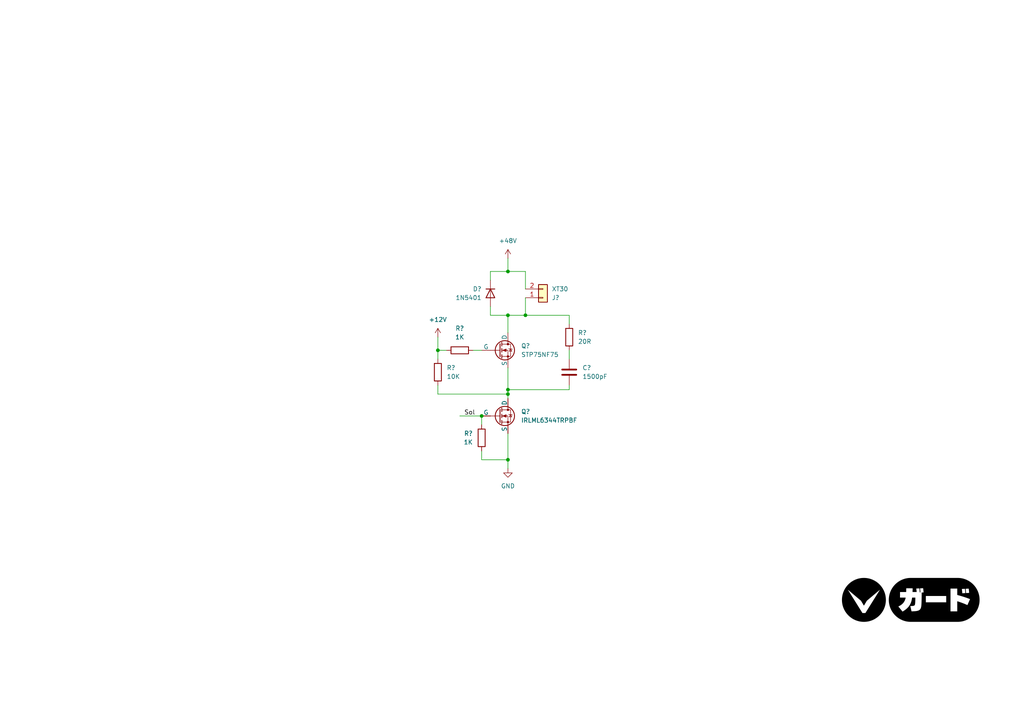
<source format=kicad_sch>
(kicad_sch (version 20231120) (generator "eeschema") (generator_version "8.0")
  (paper "A4")
  (lib_symbols
    (symbol "Connector_Generic:Conn_01x02" (pin_names (offset 1.016) hide)
      (property "Reference" "J" (at 0 2.54 0))
      (property "Value" "Conn_01x02" (at 0 -5.08 0))
      (symbol "Conn_01x02_1_1"
        (rectangle (start -1.27 -2.413) (end 0 -2.667) (stroke (width 0.1524)))
        (rectangle (start -1.27 0.127) (end 0 -0.127) (stroke (width 0.1524)))
        (rectangle (start -1.27 1.27) (end 1.27 -3.81) (stroke (width 0.254)) (fill (type background)))
        (pin passive line (at -5.08 0 0) (length 3.81) (name "Pin_1") (number "1"))
        (pin passive line (at -5.08 -2.54 0) (length 3.81) (name "Pin_2") (number "2"))
      )
    )
    (symbol "Device:C" (pin_numbers hide) (pin_names (offset 0.254))
      (property "Reference" "C" (at 0.635 2.54 0))
      (property "Value" "C" (at 0.635 -2.54 0))
      (symbol "C_0_1"
        (polyline (pts (xy -2.032 -0.762) (xy 2.032 -0.762)) (stroke (width 0.508)))
        (polyline (pts (xy -2.032 0.762) (xy 2.032 0.762)) (stroke (width 0.508)))
      )
      (symbol "C_1_1"
        (pin passive line (at 0 3.81 270) (length 2.794) (name "~") (number "1"))
        (pin passive line (at 0 -3.81 90) (length 2.794) (name "~") (number "2"))
      )
    )
    (symbol "Device:R" (pin_numbers hide) (pin_names (offset 0))
      (property "Reference" "R" (at 2.032 0 90))
      (property "Value" "R" (at 0 0 90))
      (symbol "R_0_1"
        (rectangle (start -1.016 -2.54) (end 1.016 2.54) (stroke (width 0.254)))
      )
      (symbol "R_1_1"
        (pin passive line (at 0 3.81 270) (length 1.27) (name "~") (number "1"))
        (pin passive line (at 0 -3.81 90) (length 1.27) (name "~") (number "2"))
      )
    )
    (symbol "Diode:1N5401" (pin_numbers hide) (pin_names hide)
      (property "Reference" "D" (at 0 2.54 0))
      (property "Value" "1N5401" (at 0 -2.54 0))
      (symbol "1N5401_0_1"
        (polyline (pts (xy -1.27 1.27) (xy -1.27 -1.27)) (stroke (width 0.254)))
        (polyline (pts (xy 1.27 0) (xy -1.27 0)))
        (polyline (pts (xy 1.27 1.27) (xy 1.27 -1.27) (xy -1.27 0) (xy 1.27 1.27)) (stroke (width 0.254)))
      )
      (symbol "1N5401_1_1"
        (pin passive line (at -3.81 0 0) (length 2.54) (name "K") (number "1"))
        (pin passive line (at 3.81 0 180) (length 2.54) (name "A") (number "2"))
      )
    )
    (symbol "power:+12V" (power) (pin_names (offset 0))
      (property "Value" "+12V" (at 0 3.556 0))
      (symbol "+12V_0_1"
        (polyline (pts (xy -0.762 1.27) (xy 0 2.54)))
        (polyline (pts (xy 0 0) (xy 0 2.54)))
        (polyline (pts (xy 0 2.54) (xy 0.762 1.27)))
      )
      (symbol "+12V_1_1"
        (pin power_in line (at 0 0 90) (length 0) hide (name "+12V") (number "1"))
      )
    )
    (symbol "power:+48V" (power) (pin_names (offset 0))
      (property "Value" "+48V" (at 0 3.556 0))
      (symbol "+48V_0_1"
        (polyline (pts (xy -0.762 1.27) (xy 0 2.54)))
        (polyline (pts (xy 0 0) (xy 0 2.54)))
        (polyline (pts (xy 0 2.54) (xy 0.762 1.27)))
      )
      (symbol "+48V_1_1"
        (pin power_in line (at 0 0 90) (length 0) hide (name "+48V") (number "1"))
      )
    )
    (symbol "power:GND" (power) (pin_names (offset 0))
      (property "Value" "GND" (at 0 -3.81 0))
      (symbol "GND_0_1"
        (polyline (pts (xy 0 0) (xy 0 -1.27) (xy 1.27 -1.27) (xy 0 -2.54) (xy -1.27 -1.27) (xy 0 -1.27)))
      )
      (symbol "GND_1_1"
        (pin power_in line (at 0 0 270) (length 0) hide (name "GND") (number "1"))
      )
    )
    (symbol "vincent:IPD050N10N5ATMA1" (pin_numbers hide) (pin_names (offset 0))
      (property "Reference" "Q" (at 11.43 3.81 0))
      (property "Value" "IPD050N10N5ATMA1" (at 11.43 1.27 0))
      (symbol "IPD050N10N5ATMA1_0_1"
        (polyline (pts (xy 5.334 0) (xy 2.54 0)))
        (polyline (pts (xy 5.334 1.905) (xy 5.334 -1.905)) (stroke (width 0.254)))
        (polyline (pts (xy 5.842 -1.27) (xy 5.842 -2.286)) (stroke (width 0.254)))
        (polyline (pts (xy 5.842 0.508) (xy 5.842 -0.508)) (stroke (width 0.254)))
        (polyline (pts (xy 5.842 2.286) (xy 5.842 1.27)) (stroke (width 0.254)))
        (polyline (pts (xy 7.62 2.54) (xy 7.62 1.778)))
        (polyline (pts (xy 7.62 -2.54) (xy 7.62 0) (xy 5.842 0)))
        (polyline (pts (xy 5.842 -1.778) (xy 8.382 -1.778) (xy 8.382 1.778) (xy 5.842 1.778)))
        (polyline (pts (xy 6.096 0) (xy 7.112 0.381) (xy 7.112 -0.381) (xy 6.096 0)) (fill (type outline)))
        (polyline (pts (xy 7.874 0.508) (xy 8.001 0.381) (xy 8.763 0.381) (xy 8.89 0.254)))
        (polyline (pts (xy 8.382 0.381) (xy 8.001 -0.254) (xy 8.763 -0.254) (xy 8.382 0.381)))
        (circle (center 6.731 0) (radius 2.794) (stroke (width 0.254)))
        (circle (center 7.62 -1.778) (radius 0.254) (fill (type outline)))
        (circle (center 7.62 1.778) (radius 0.254) (fill (type outline)))
      )
      (symbol "IPD050N10N5ATMA1_1_1"
        (pin input line (at 0 0 0) (length 2.54) (name "G") (number "1"))
        (pin passive line (at 7.62 5.08 270) (length 2.54) (name "D") (number "2"))
        (pin passive line (at 7.62 -5.08 90) (length 2.54) (name "S") (number "3"))
      )
    )
    (symbol "vincent:IRLML6344TRPBF" (pin_numbers hide) (pin_names (offset 0))
      (property "Reference" "Q" (at 11.43 -2.54 0))
      (property "Value" "IRLML6344TRPBF" (at 11.43 -5.08 0))
      (symbol "IRLML6344TRPBF_0_1"
        (polyline (pts (xy 5.334 -5.08) (xy 2.54 -5.08)))
        (polyline (pts (xy 5.334 -3.175) (xy 5.334 -6.985)) (stroke (width 0.254)))
        (polyline (pts (xy 5.842 -6.35) (xy 5.842 -7.366)) (stroke (width 0.254)))
        (polyline (pts (xy 5.842 -4.572) (xy 5.842 -5.588)) (stroke (width 0.254)))
        (polyline (pts (xy 5.842 -2.794) (xy 5.842 -3.81)) (stroke (width 0.254)))
        (polyline (pts (xy 7.62 -2.54) (xy 7.62 -3.302)))
        (polyline (pts (xy 7.62 -7.62) (xy 7.62 -5.08) (xy 5.842 -5.08)))
        (polyline (pts (xy 5.842 -6.858) (xy 8.382 -6.858) (xy 8.382 -3.302) (xy 5.842 -3.302)))
        (polyline (pts (xy 6.096 -5.08) (xy 7.112 -4.699) (xy 7.112 -5.461) (xy 6.096 -5.08)) (fill (type outline)))
        (polyline (pts (xy 7.874 -4.572) (xy 8.001 -4.699) (xy 8.763 -4.699) (xy 8.89 -4.826)))
        (polyline (pts (xy 8.382 -4.699) (xy 8.001 -5.334) (xy 8.763 -5.334) (xy 8.382 -4.699)))
        (circle (center 6.731 -5.08) (radius 2.794) (stroke (width 0.254)))
        (circle (center 7.62 -6.858) (radius 0.254) (fill (type outline)))
        (circle (center 7.62 -3.302) (radius 0.254) (fill (type outline)))
      )
      (symbol "IRLML6344TRPBF_1_1"
        (pin input line (at 0 -5.08 0) (length 2.54) (name "G") (number "1"))
        (pin passive line (at 7.62 -10.16 90) (length 2.54) (name "S") (number "2"))
        (pin passive line (at 7.62 0 270) (length 2.54) (name "D") (number "3"))
      )
    )
  )
  (junction (at 147.32 133.35))
  (junction (at 139.7 120.65))
  (junction (at 147.32 114.3))
  (junction (at 127 101.6))
  (junction (at 152.4 91.44))
  (junction (at 147.32 91.44))
  (junction (at 147.32 113.03))
  (junction (at 147.32 78.74))
  (wire (pts (xy 165.1 101.6) (xy 165.1 104.14)))
  (wire (pts (xy 147.32 91.44) (xy 147.32 96.52)))
  (wire (pts (xy 139.7 133.35) (xy 147.32 133.35)))
  (wire (pts (xy 152.4 86.36) (xy 152.4 91.44)))
  (wire (pts (xy 147.32 78.74) (xy 152.4 78.74)))
  (wire (pts (xy 142.24 78.74) (xy 147.32 78.74)))
  (wire (pts (xy 139.7 123.19) (xy 139.7 120.65)))
  (wire (pts (xy 142.24 78.74) (xy 142.24 81.28)))
  (wire (pts (xy 137.16 101.6) (xy 139.7 101.6)))
  (wire (pts (xy 165.1 111.76) (xy 165.1 113.03)))
  (wire (pts (xy 147.32 91.44) (xy 142.24 91.44)))
  (wire (pts (xy 139.7 133.35) (xy 139.7 130.81)))
  (wire (pts (xy 152.4 91.44) (xy 165.1 91.44)))
  (wire (pts (xy 127 111.76) (xy 127 114.3)))
  (wire (pts (xy 147.32 115.57) (xy 147.32 114.3)))
  (wire (pts (xy 147.32 113.03) (xy 165.1 113.03)))
  (wire (pts (xy 147.32 106.68) (xy 147.32 113.03)))
  (wire (pts (xy 133.35 120.65) (xy 139.7 120.65)))
  (wire (pts (xy 147.32 135.89) (xy 147.32 133.35)))
  (wire (pts (xy 127 101.6) (xy 127 104.14)))
  (wire (pts (xy 127 97.79) (xy 127 101.6)))
  (wire (pts (xy 127 114.3) (xy 147.32 114.3)))
  (wire (pts (xy 142.24 91.44) (xy 142.24 88.9)))
  (wire (pts (xy 147.32 74.93) (xy 147.32 78.74)))
  (wire (pts (xy 165.1 91.44) (xy 165.1 93.98)))
  (wire (pts (xy 152.4 83.82) (xy 152.4 78.74)))
  (wire (pts (xy 147.32 91.44) (xy 152.4 91.44)))
  (wire (pts (xy 127 101.6) (xy 129.54 101.6)))
  (wire (pts (xy 147.32 125.73) (xy 147.32 133.35)))
  (wire (pts (xy 147.32 114.3) (xy 147.32 113.03)))
  (image (at 264.16 173.99) (scale 0.133286))
  (label "Sol" (at 134.62 120.65 0))
  (symbol (lib_id "Device:C") (at 165.1 107.95 0) (unit 1)
    (property "Reference" "C?" (at 168.91 106.68 0) (effects (justify left)))
    (property "Value" "1500pF" (at 168.91 109.22 0) (effects (justify left)))
    (property "Footprint" "2024l1:cap0603" (effects (hide yes)))
    (property "LCSC" "C107060" (effects (hide yes)))
  )
  (symbol (lib_id "Device:R") (at 165.1 97.79 0) (mirror y) (unit 1)
    (property "Reference" "R?" (at 167.64 96.52 0) (effects (justify right)))
    (property "Value" "20R" (at 167.64 99.06 0) (effects (justify right)))
    (property "Footprint" "2024l1:res0603" (effects (hide yes)))
    (property "LCSC" "C22950" (effects (hide yes)))
  )
  (symbol (lib_id "Diode:1N5401") (at 142.24 85.09 90) (mirror x) (unit 1)
    (property "Reference" "D?" (at 139.7 83.82 90) (effects (justify left)))
    (property "Value" "1N5401" (at 139.7 86.36 90) (effects (justify left)))
    (property "Footprint" "Diode_THT:D_DO-201AD_P15.24mm_Horizontal" (effects (hide yes)))
    (property "Datasheet" "http://www.vishay.com/docs/88516/1n5400.pdf" (effects (hide yes)))
    (property "LCSC" "C179506" (effects (hide yes)))
    (property "Sim.Device" "D" (effects (hide yes)))
    (property "Sim.Pins" "1=K 2=A" (effects (hide yes)))
  )
  (symbol (lib_id "Connector_Generic:Conn_01x02") (at 157.48 86.36 0) (mirror x) (unit 1)
    (property "Reference" "J?" (at 160.02 86.3601 0) (effects (justify left)))
    (property "Value" "XT30" (at 160.02 83.8201 0) (effects (justify left)))
    (property "Footprint" "2024l1:AMASS_XT30-F" (effects (hide yes)))
    (property "LCSC" "C108769" (effects (hide yes)))
  )
  (symbol (lib_id "vincent:IPD050N10N5ATMA1") (at 139.7 101.6 0) (unit 1)
    (property "Reference" "Q?" (at 151.13 100.3299 0) (effects (justify left)))
    (property "Value" "STP75NF75" (at 151.13 102.8699 0) (effects (justify left)))
    (property "Footprint" "2024l1:TO-220-3_Vertical" (effects (hide yes)))
    (property "Datasheet" "https://www.infineon.com/dgdl/Infineon-IPD050N10N5-DS-v02_01-EN.pdf?fileId=5546d4625b3ca4ec015b615bb7536713" (effects (hide yes)))
    (property "LCSC" "C13678" (effects (hide yes)))
    (property "Mouser Part Number" "726-IPD050N10N5ATMA1" (effects (hide yes)))
    (property "Manufacturer_Name" "Infineon" (effects (hide yes)))
    (property "Manufacturer_Part_Number" "IPD050N10N5ATMA1" (effects (hide yes)))
    (property "Height" "2.41" (effects (hide yes)))
    (property "Mouser Price/Stock" "https://www.mouser.co.uk/ProductDetail/Infineon-Technologies/IPD050N10N5ATMA1?qs=u4fy%2FsgLU9Pgz4QwaVUqjg%3D%3D" (effects (hide yes)))
  )
  (symbol (lib_id "Device:R") (at 133.35 101.6 90) (unit 1)
    (property "Reference" "R?" (at 133.35 95.25 90))
    (property "Value" "1K" (at 133.35 97.79 90))
    (property "Footprint" "2024l1:res0603" (effects (hide yes)))
    (property "LCSC" "C21190" (effects (hide yes)))
  )
  (symbol (lib_id "vincent:IRLML6344TRPBF") (at 139.7 115.57 0) (unit 1)
    (property "Reference" "Q?" (at 151.13 119.3799 0) (effects (justify left)))
    (property "Value" "IRLML6344TRPBF" (at 151.13 121.9199 0) (effects (justify left)))
    (property "Footprint" "2024l1:SOT95P237X112-3N" (effects (hide yes)))
    (property "Datasheet" "https://www.infineon.com/dgdl/irlml6344pbf.pdf?fileId=5546d462533600a4015356689c44262c" (effects (hide yes)))
    (property "Height" "1.12" (effects (hide yes)))
    (property "Mouser Part Number" "942-IRLML6344TRPBF" (effects (hide yes)))
    (property "Mouser Price/Stock" "https://www.mouser.co.uk/ProductDetail/Infineon-Technologies/IRLML6344TRPBF?qs=9%252BKlkBgLFf2w4qS48UOXVw%3D%3D" (effects (hide yes)))
    (property "Manufacturer_Name" "Infineon" (effects (hide yes)))
    (property "Manufacturer_Part_Number" "IRLML6344TRPBF" (effects (hide yes)))
  )
  (symbol (lib_id "power:+12V") (at 127 97.79 0) (unit 1)
    (property "Reference" "#PWR029" (effects (hide yes)))
    (property "Value" "+12V" (at 127 92.71 0))
  )
  (symbol (lib_id "Device:R") (at 127 107.95 0) (unit 1)
    (property "Reference" "R?" (at 129.54 106.68 0) (effects (justify left)))
    (property "Value" "10K" (at 129.54 109.22 0) (effects (justify left)))
    (property "Footprint" "2024l1:res0603" (effects (hide yes)))
    (property "LCSC" "C25804" (effects (hide yes)))
  )
  (symbol (lib_id "power:GND") (at 147.32 135.89 0) (unit 1)
    (property "Reference" "#PWR031" (effects (hide yes)))
    (property "Value" "GND" (at 147.32 140.97 0))
  )
  (symbol (lib_id "Device:R") (at 139.7 127 0) (unit 1)
    (property "Reference" "R?" (at 137.16 125.7299 0) (effects (justify right)))
    (property "Value" "1K" (at 137.16 128.2699 0) (effects (justify right)))
    (property "Footprint" "2024l1:res0603" (effects (hide yes)))
    (property "LCSC" "C21190" (effects (hide yes)))
  )
  (symbol (lib_id "power:+48V") (at 147.32 74.93 0) (unit 1)
    (property "Reference" "#PWR030" (effects (hide yes)))
    (property "Value" "+48V" (at 147.32 69.85 0))
  )
)
</source>
